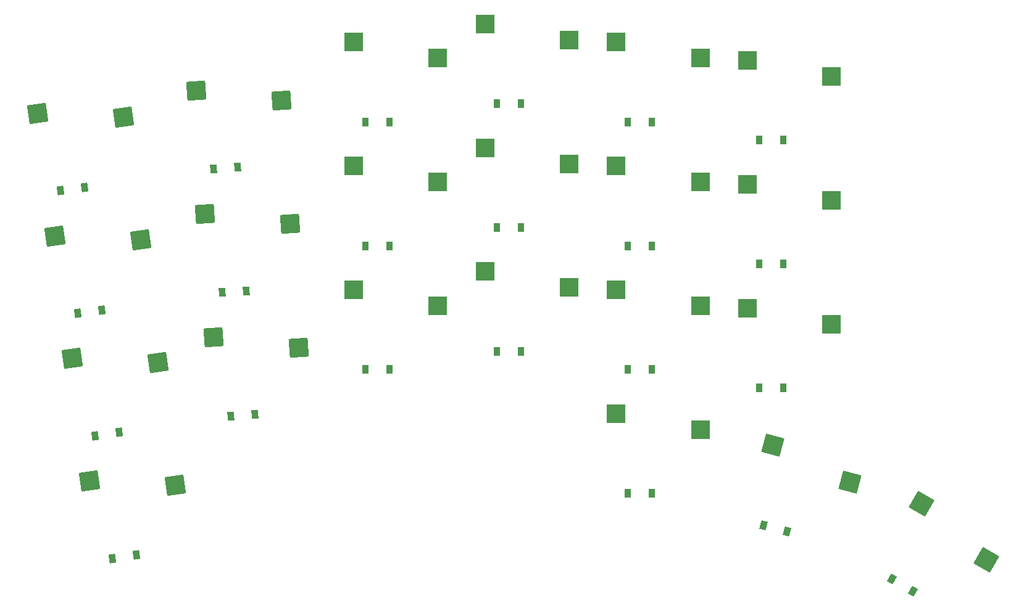
<source format=gbr>
%TF.GenerationSoftware,KiCad,Pcbnew,9.0.3*%
%TF.CreationDate,2025-07-25T16:03:50+02:00*%
%TF.ProjectId,left_pcb,6c656674-5f70-4636-922e-6b696361645f,v1.0.0*%
%TF.SameCoordinates,Original*%
%TF.FileFunction,Paste,Bot*%
%TF.FilePolarity,Positive*%
%FSLAX46Y46*%
G04 Gerber Fmt 4.6, Leading zero omitted, Abs format (unit mm)*
G04 Created by KiCad (PCBNEW 9.0.3) date 2025-07-25 16:03:50*
%MOMM*%
%LPD*%
G01*
G04 APERTURE LIST*
G04 Aperture macros list*
%AMRotRect*
0 Rectangle, with rotation*
0 The origin of the aperture is its center*
0 $1 length*
0 $2 width*
0 $3 Rotation angle, in degrees counterclockwise*
0 Add horizontal line*
21,1,$1,$2,0,0,$3*%
G04 Aperture macros list end*
%ADD10RotRect,0.900000X1.200000X8.000000*%
%ADD11R,2.600000X2.600000*%
%ADD12R,0.900000X1.200000*%
%ADD13RotRect,2.600000X2.600000X330.000000*%
%ADD14RotRect,0.900000X1.200000X4.000000*%
%ADD15RotRect,0.900000X1.200000X330.000000*%
%ADD16RotRect,2.600000X2.600000X4.000000*%
%ADD17RotRect,2.600000X2.600000X8.000000*%
%ADD18RotRect,0.900000X1.200000X345.000000*%
%ADD19RotRect,2.600000X2.600000X345.000000*%
G04 APERTURE END LIST*
D10*
%TO.C,D3*%
X81356179Y-119788464D03*
X84624063Y-119329198D03*
%TD*%
D11*
%TO.C,S9*%
X119183333Y-99578058D03*
X130733333Y-101778058D03*
%TD*%
D12*
%TO.C,D8*%
X120808337Y-127528055D03*
X124108337Y-127528055D03*
%TD*%
%TO.C,D14*%
X156808336Y-144528055D03*
X160108336Y-144528055D03*
%TD*%
%TO.C,D12*%
X138808335Y-108028054D03*
X142108335Y-108028054D03*
%TD*%
D11*
%TO.C,S17*%
X155183339Y-82578055D03*
X166733339Y-84778055D03*
%TD*%
D13*
%TO.C,S22*%
X197081843Y-145994527D03*
X205984436Y-153674783D03*
%TD*%
D10*
%TO.C,D2*%
X83722122Y-136623023D03*
X86990006Y-136163757D03*
%TD*%
D11*
%TO.C,S13*%
X137183337Y-80078056D03*
X148733337Y-82278056D03*
%TD*%
D12*
%TO.C,D9*%
X120808337Y-110528054D03*
X124108337Y-110528054D03*
%TD*%
D11*
%TO.C,S20*%
X173183336Y-85078054D03*
X184733336Y-87278054D03*
%TD*%
D12*
%TO.C,D18*%
X174808334Y-130028053D03*
X178108334Y-130028053D03*
%TD*%
D10*
%TO.C,D1*%
X86088064Y-153457583D03*
X89355948Y-152998317D03*
%TD*%
D12*
%TO.C,D19*%
X174808336Y-113028055D03*
X178108336Y-113028055D03*
%TD*%
D11*
%TO.C,S10*%
X119183336Y-82578057D03*
X130733336Y-84778057D03*
%TD*%
D12*
%TO.C,D11*%
X138808333Y-125028055D03*
X142108333Y-125028055D03*
%TD*%
D14*
%TO.C,D6*%
X101182048Y-116957230D03*
X104474010Y-116727038D03*
%TD*%
D11*
%TO.C,S14*%
X155183332Y-133578053D03*
X166733332Y-135778053D03*
%TD*%
D15*
%TO.C,D22*%
X193014134Y-156290005D03*
X195872018Y-157940005D03*
%TD*%
D12*
%TO.C,D17*%
X156808337Y-93528052D03*
X160108337Y-93528052D03*
%TD*%
%TO.C,D20*%
X174808334Y-96028060D03*
X178108334Y-96028060D03*
%TD*%
D16*
%TO.C,S7*%
X97611313Y-89188673D03*
X109286642Y-90577627D03*
%TD*%
D17*
%TO.C,S2*%
X80588983Y-126005751D03*
X92332762Y-126576890D03*
%TD*%
D12*
%TO.C,D10*%
X120808335Y-93528051D03*
X124108335Y-93528051D03*
%TD*%
D18*
%TO.C,D21*%
X175441050Y-148913596D03*
X178628606Y-149767696D03*
%TD*%
D12*
%TO.C,D15*%
X156808334Y-127528057D03*
X160108334Y-127528057D03*
%TD*%
D11*
%TO.C,S12*%
X137183335Y-97078049D03*
X148733335Y-99278049D03*
%TD*%
%TO.C,S16*%
X155183332Y-99578056D03*
X166733332Y-101778056D03*
%TD*%
%TO.C,S11*%
X137183334Y-114078055D03*
X148733334Y-116278055D03*
%TD*%
D14*
%TO.C,D5*%
X102367907Y-133915816D03*
X105659869Y-133685624D03*
%TD*%
D10*
%TO.C,D4*%
X78990237Y-102953909D03*
X82258121Y-102494643D03*
%TD*%
D17*
%TO.C,S4*%
X75857102Y-92336634D03*
X87600881Y-92907773D03*
%TD*%
D19*
%TO.C,S21*%
X176705490Y-137916128D03*
X187292532Y-143030525D03*
%TD*%
D17*
%TO.C,S1*%
X82954929Y-142840303D03*
X94698708Y-143411442D03*
%TD*%
%TO.C,S3*%
X78223047Y-109171194D03*
X89966826Y-109742333D03*
%TD*%
D11*
%TO.C,S19*%
X173183338Y-102078058D03*
X184733338Y-104278058D03*
%TD*%
D16*
%TO.C,S6*%
X98797172Y-106147263D03*
X110472501Y-107536217D03*
%TD*%
D14*
%TO.C,D7*%
X99996187Y-99998643D03*
X103288149Y-99768451D03*
%TD*%
D12*
%TO.C,D13*%
X138808335Y-91028054D03*
X142108335Y-91028054D03*
%TD*%
D16*
%TO.C,S5*%
X99983033Y-123105849D03*
X111658362Y-124494803D03*
%TD*%
D11*
%TO.C,S18*%
X173183333Y-119078056D03*
X184733333Y-121278056D03*
%TD*%
%TO.C,S15*%
X155183333Y-116578053D03*
X166733333Y-118778053D03*
%TD*%
D12*
%TO.C,D16*%
X156808337Y-110528052D03*
X160108337Y-110528052D03*
%TD*%
D11*
%TO.C,S8*%
X119183333Y-116578058D03*
X130733333Y-118778058D03*
%TD*%
M02*

</source>
